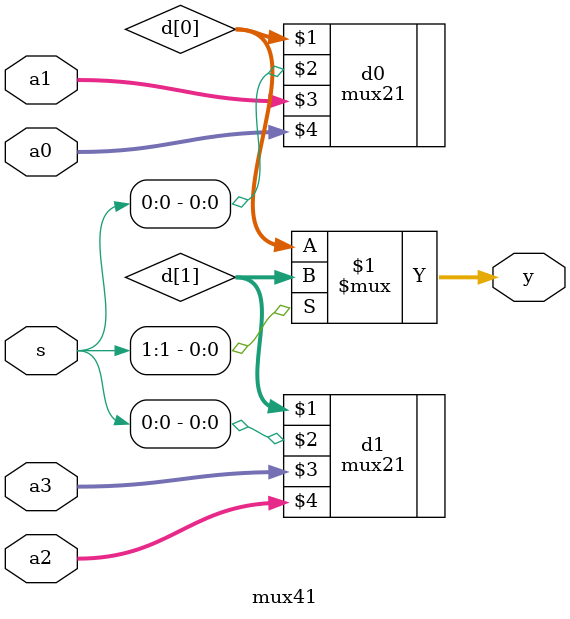
<source format=v>
/********************************************************************************/


/* ----- ----- ----- ----- ----- -----
	Module: 4x1 Multiplexer
			By using conditional descripition
 			for digital circuits
 	Filename: mux41.v
	Coder: Vitor Alexandre Garcia Vaz(14611432)
 	Versions: /june_2024/
	----- ----- ----- ----- ----- -----
*/ 
module mux41 #(parameter Size=8)(
   output[Size-1:0]y, 
  input [1:0] s,
  input [Size-1:0] a3, a2, a1, a0
);
  wire [Size-1:0] d [1:0];
  mux21#(Size) d0 (d[0], s[0], a1 ,a0);
  mux21#(Size) d1 (d[1], s[0], a3, a2);
  assign y= s[1]? d[1]:d[0];
endmodule
/********************************************************************************/
</source>
